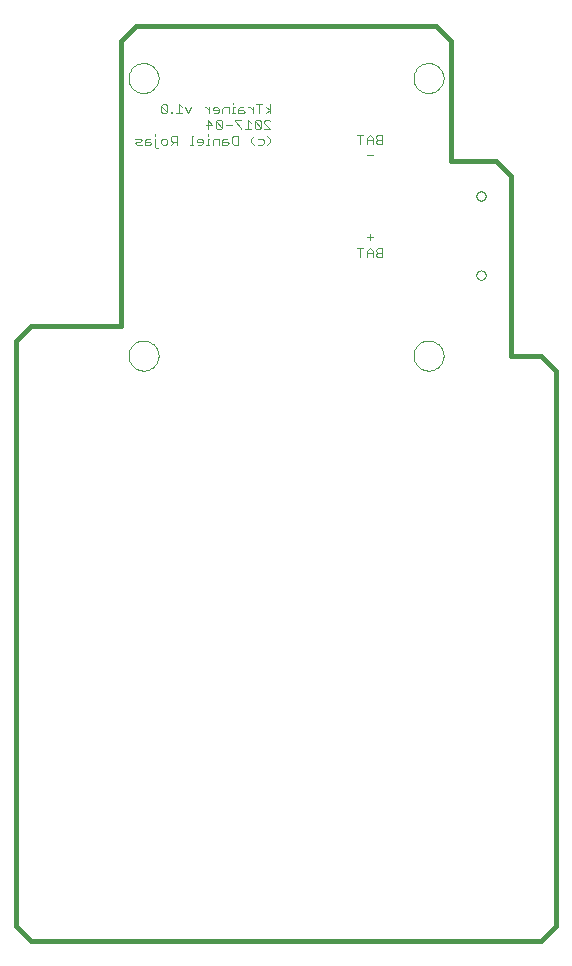
<source format=gbo>
G75*
%MOIN*%
%OFA0B0*%
%FSLAX24Y24*%
%IPPOS*%
%LPD*%
%AMOC8*
5,1,8,0,0,1.08239X$1,22.5*
%
%ADD10C,0.0160*%
%ADD11C,0.0040*%
%ADD12C,0.0000*%
D10*
X000180Y001125D02*
X000680Y000625D01*
X017680Y000625D01*
X018180Y001125D01*
X018180Y019625D01*
X017680Y020125D01*
X016680Y020125D01*
X016680Y026125D01*
X016180Y026625D01*
X014680Y026625D01*
X014680Y030625D01*
X014180Y031125D01*
X004180Y031125D01*
X003680Y030625D01*
X003680Y021125D01*
X000680Y021125D01*
X000180Y020625D01*
X000180Y001125D01*
D11*
X011645Y023395D02*
X011645Y023705D01*
X011542Y023705D02*
X011749Y023705D01*
X011864Y023602D02*
X011864Y023395D01*
X011864Y023550D02*
X012071Y023550D01*
X012071Y023602D02*
X012071Y023395D01*
X012187Y023447D02*
X012238Y023395D01*
X012393Y023395D01*
X012393Y023705D01*
X012238Y023705D01*
X012187Y023654D01*
X012187Y023602D01*
X012238Y023550D01*
X012393Y023550D01*
X012238Y023550D02*
X012187Y023498D01*
X012187Y023447D01*
X012071Y023602D02*
X011968Y023705D01*
X011864Y023602D01*
X011968Y023972D02*
X011968Y024179D01*
X012071Y024075D02*
X011864Y024075D01*
X011864Y026800D02*
X012071Y026800D01*
X012071Y027170D02*
X012071Y027377D01*
X011968Y027480D01*
X011864Y027377D01*
X011864Y027170D01*
X011864Y027325D02*
X012071Y027325D01*
X012187Y027273D02*
X012187Y027222D01*
X012238Y027170D01*
X012393Y027170D01*
X012393Y027480D01*
X012238Y027480D01*
X012187Y027429D01*
X012187Y027377D01*
X012238Y027325D01*
X012393Y027325D01*
X012238Y027325D02*
X012187Y027273D01*
X011749Y027480D02*
X011542Y027480D01*
X011645Y027480D02*
X011645Y027170D01*
X008660Y027248D02*
X008660Y027352D01*
X008557Y027455D01*
X008445Y027300D02*
X008445Y027197D01*
X008393Y027145D01*
X008238Y027145D01*
X008123Y027145D02*
X008019Y027248D01*
X008019Y027352D01*
X008123Y027455D01*
X008238Y027352D02*
X008393Y027352D01*
X008445Y027300D01*
X008557Y027145D02*
X008660Y027248D01*
X008660Y027670D02*
X008453Y027670D01*
X008338Y027722D02*
X008338Y027929D01*
X008286Y027980D01*
X008183Y027980D01*
X008131Y027929D01*
X008338Y027722D01*
X008286Y027670D01*
X008183Y027670D01*
X008131Y027722D01*
X008131Y027929D01*
X008015Y027877D02*
X007912Y027980D01*
X007912Y027670D01*
X008015Y027670D02*
X007809Y027670D01*
X007693Y027670D02*
X007693Y027722D01*
X007486Y027929D01*
X007486Y027980D01*
X007693Y027980D01*
X007749Y028195D02*
X007594Y028195D01*
X007594Y028350D01*
X007645Y028402D01*
X007749Y028402D01*
X007749Y028298D02*
X007594Y028298D01*
X007478Y028195D02*
X007375Y028195D01*
X007427Y028195D02*
X007427Y028402D01*
X007478Y028402D01*
X007427Y028505D02*
X007427Y028557D01*
X007263Y028402D02*
X007108Y028402D01*
X007057Y028350D01*
X007057Y028195D01*
X006941Y028247D02*
X006941Y028350D01*
X006889Y028402D01*
X006786Y028402D01*
X006734Y028350D01*
X006734Y028298D01*
X006941Y028298D01*
X006941Y028247D02*
X006889Y028195D01*
X006786Y028195D01*
X006619Y028195D02*
X006619Y028402D01*
X006516Y028402D02*
X006619Y028298D01*
X006516Y028402D02*
X006464Y028402D01*
X006571Y027980D02*
X006726Y027825D01*
X006520Y027825D01*
X006571Y027670D02*
X006571Y027980D01*
X006567Y027507D02*
X006567Y027455D01*
X006567Y027352D02*
X006567Y027145D01*
X006516Y027145D02*
X006619Y027145D01*
X006734Y027145D02*
X006734Y027300D01*
X006786Y027352D01*
X006941Y027352D01*
X006941Y027145D01*
X007057Y027145D02*
X007212Y027145D01*
X007263Y027197D01*
X007212Y027248D01*
X007057Y027248D01*
X007057Y027300D02*
X007057Y027145D01*
X007057Y027300D02*
X007108Y027352D01*
X007212Y027352D01*
X007379Y027404D02*
X007431Y027455D01*
X007586Y027455D01*
X007586Y027145D01*
X007431Y027145D01*
X007379Y027197D01*
X007379Y027404D01*
X007371Y027825D02*
X007164Y027825D01*
X007049Y027722D02*
X006842Y027929D01*
X006842Y027722D01*
X006893Y027670D01*
X006997Y027670D01*
X007049Y027722D01*
X007049Y027929D01*
X006997Y027980D01*
X006893Y027980D01*
X006842Y027929D01*
X007263Y028195D02*
X007263Y028402D01*
X007749Y028298D02*
X007801Y028247D01*
X007749Y028195D01*
X007914Y028402D02*
X007966Y028402D01*
X008069Y028298D01*
X008069Y028195D02*
X008069Y028402D01*
X008185Y028505D02*
X008391Y028505D01*
X008288Y028505D02*
X008288Y028195D01*
X008505Y028195D02*
X008660Y028298D01*
X008505Y028402D01*
X008660Y028505D02*
X008660Y028195D01*
X008608Y027980D02*
X008660Y027929D01*
X008608Y027980D02*
X008505Y027980D01*
X008453Y027929D01*
X008453Y027877D01*
X008660Y027670D01*
X006619Y027352D02*
X006567Y027352D01*
X006404Y027300D02*
X006352Y027352D01*
X006249Y027352D01*
X006197Y027300D01*
X006197Y027248D01*
X006404Y027248D01*
X006404Y027197D02*
X006404Y027300D01*
X006404Y027197D02*
X006352Y027145D01*
X006249Y027145D01*
X006082Y027145D02*
X005978Y027145D01*
X006030Y027145D02*
X006030Y027455D01*
X006082Y027455D01*
X005545Y027455D02*
X005390Y027455D01*
X005338Y027404D01*
X005338Y027300D01*
X005390Y027248D01*
X005545Y027248D01*
X005545Y027145D02*
X005545Y027455D01*
X005441Y027248D02*
X005338Y027145D01*
X005222Y027197D02*
X005171Y027145D01*
X005067Y027145D01*
X005016Y027197D01*
X005016Y027300D01*
X005067Y027352D01*
X005171Y027352D01*
X005222Y027300D01*
X005222Y027197D01*
X004900Y027042D02*
X004848Y027042D01*
X004797Y027093D01*
X004797Y027352D01*
X004797Y027455D02*
X004797Y027507D01*
X004634Y027352D02*
X004530Y027352D01*
X004478Y027300D01*
X004478Y027145D01*
X004634Y027145D01*
X004685Y027197D01*
X004634Y027248D01*
X004478Y027248D01*
X004363Y027300D02*
X004311Y027352D01*
X004156Y027352D01*
X004208Y027248D02*
X004311Y027248D01*
X004363Y027300D01*
X004363Y027145D02*
X004208Y027145D01*
X004156Y027197D01*
X004208Y027248D01*
X005067Y028195D02*
X005171Y028195D01*
X005222Y028247D01*
X005016Y028454D01*
X005016Y028247D01*
X005067Y028195D01*
X005222Y028247D02*
X005222Y028454D01*
X005171Y028505D01*
X005067Y028505D01*
X005016Y028454D01*
X005332Y028247D02*
X005332Y028195D01*
X005384Y028195D01*
X005384Y028247D01*
X005332Y028247D01*
X005499Y028195D02*
X005706Y028195D01*
X005602Y028195D02*
X005602Y028505D01*
X005706Y028402D01*
X005821Y028402D02*
X005925Y028195D01*
X006028Y028402D01*
D12*
X003930Y029375D02*
X003932Y029419D01*
X003938Y029463D01*
X003948Y029506D01*
X003961Y029548D01*
X003978Y029589D01*
X003999Y029628D01*
X004023Y029665D01*
X004050Y029700D01*
X004080Y029732D01*
X004113Y029762D01*
X004149Y029788D01*
X004186Y029812D01*
X004226Y029831D01*
X004267Y029848D01*
X004310Y029860D01*
X004353Y029869D01*
X004397Y029874D01*
X004441Y029875D01*
X004485Y029872D01*
X004529Y029865D01*
X004572Y029854D01*
X004614Y029840D01*
X004654Y029822D01*
X004693Y029800D01*
X004729Y029776D01*
X004763Y029748D01*
X004795Y029717D01*
X004824Y029683D01*
X004850Y029647D01*
X004872Y029609D01*
X004891Y029569D01*
X004906Y029527D01*
X004918Y029485D01*
X004926Y029441D01*
X004930Y029397D01*
X004930Y029353D01*
X004926Y029309D01*
X004918Y029265D01*
X004906Y029223D01*
X004891Y029181D01*
X004872Y029141D01*
X004850Y029103D01*
X004824Y029067D01*
X004795Y029033D01*
X004763Y029002D01*
X004729Y028974D01*
X004693Y028950D01*
X004654Y028928D01*
X004614Y028910D01*
X004572Y028896D01*
X004529Y028885D01*
X004485Y028878D01*
X004441Y028875D01*
X004397Y028876D01*
X004353Y028881D01*
X004310Y028890D01*
X004267Y028902D01*
X004226Y028919D01*
X004186Y028938D01*
X004149Y028962D01*
X004113Y028988D01*
X004080Y029018D01*
X004050Y029050D01*
X004023Y029085D01*
X003999Y029122D01*
X003978Y029161D01*
X003961Y029202D01*
X003948Y029244D01*
X003938Y029287D01*
X003932Y029331D01*
X003930Y029375D01*
X003930Y020125D02*
X003932Y020169D01*
X003938Y020213D01*
X003948Y020256D01*
X003961Y020298D01*
X003978Y020339D01*
X003999Y020378D01*
X004023Y020415D01*
X004050Y020450D01*
X004080Y020482D01*
X004113Y020512D01*
X004149Y020538D01*
X004186Y020562D01*
X004226Y020581D01*
X004267Y020598D01*
X004310Y020610D01*
X004353Y020619D01*
X004397Y020624D01*
X004441Y020625D01*
X004485Y020622D01*
X004529Y020615D01*
X004572Y020604D01*
X004614Y020590D01*
X004654Y020572D01*
X004693Y020550D01*
X004729Y020526D01*
X004763Y020498D01*
X004795Y020467D01*
X004824Y020433D01*
X004850Y020397D01*
X004872Y020359D01*
X004891Y020319D01*
X004906Y020277D01*
X004918Y020235D01*
X004926Y020191D01*
X004930Y020147D01*
X004930Y020103D01*
X004926Y020059D01*
X004918Y020015D01*
X004906Y019973D01*
X004891Y019931D01*
X004872Y019891D01*
X004850Y019853D01*
X004824Y019817D01*
X004795Y019783D01*
X004763Y019752D01*
X004729Y019724D01*
X004693Y019700D01*
X004654Y019678D01*
X004614Y019660D01*
X004572Y019646D01*
X004529Y019635D01*
X004485Y019628D01*
X004441Y019625D01*
X004397Y019626D01*
X004353Y019631D01*
X004310Y019640D01*
X004267Y019652D01*
X004226Y019669D01*
X004186Y019688D01*
X004149Y019712D01*
X004113Y019738D01*
X004080Y019768D01*
X004050Y019800D01*
X004023Y019835D01*
X003999Y019872D01*
X003978Y019911D01*
X003961Y019952D01*
X003948Y019994D01*
X003938Y020037D01*
X003932Y020081D01*
X003930Y020125D01*
X013430Y020125D02*
X013432Y020169D01*
X013438Y020213D01*
X013448Y020256D01*
X013461Y020298D01*
X013478Y020339D01*
X013499Y020378D01*
X013523Y020415D01*
X013550Y020450D01*
X013580Y020482D01*
X013613Y020512D01*
X013649Y020538D01*
X013686Y020562D01*
X013726Y020581D01*
X013767Y020598D01*
X013810Y020610D01*
X013853Y020619D01*
X013897Y020624D01*
X013941Y020625D01*
X013985Y020622D01*
X014029Y020615D01*
X014072Y020604D01*
X014114Y020590D01*
X014154Y020572D01*
X014193Y020550D01*
X014229Y020526D01*
X014263Y020498D01*
X014295Y020467D01*
X014324Y020433D01*
X014350Y020397D01*
X014372Y020359D01*
X014391Y020319D01*
X014406Y020277D01*
X014418Y020235D01*
X014426Y020191D01*
X014430Y020147D01*
X014430Y020103D01*
X014426Y020059D01*
X014418Y020015D01*
X014406Y019973D01*
X014391Y019931D01*
X014372Y019891D01*
X014350Y019853D01*
X014324Y019817D01*
X014295Y019783D01*
X014263Y019752D01*
X014229Y019724D01*
X014193Y019700D01*
X014154Y019678D01*
X014114Y019660D01*
X014072Y019646D01*
X014029Y019635D01*
X013985Y019628D01*
X013941Y019625D01*
X013897Y019626D01*
X013853Y019631D01*
X013810Y019640D01*
X013767Y019652D01*
X013726Y019669D01*
X013686Y019688D01*
X013649Y019712D01*
X013613Y019738D01*
X013580Y019768D01*
X013550Y019800D01*
X013523Y019835D01*
X013499Y019872D01*
X013478Y019911D01*
X013461Y019952D01*
X013448Y019994D01*
X013438Y020037D01*
X013432Y020081D01*
X013430Y020125D01*
X015523Y022806D02*
X015525Y022831D01*
X015531Y022855D01*
X015540Y022877D01*
X015553Y022898D01*
X015569Y022917D01*
X015588Y022933D01*
X015609Y022946D01*
X015631Y022955D01*
X015655Y022961D01*
X015680Y022963D01*
X015705Y022961D01*
X015729Y022955D01*
X015751Y022946D01*
X015772Y022933D01*
X015791Y022917D01*
X015807Y022898D01*
X015820Y022877D01*
X015829Y022855D01*
X015835Y022831D01*
X015837Y022806D01*
X015835Y022781D01*
X015829Y022757D01*
X015820Y022735D01*
X015807Y022714D01*
X015791Y022695D01*
X015772Y022679D01*
X015751Y022666D01*
X015729Y022657D01*
X015705Y022651D01*
X015680Y022649D01*
X015655Y022651D01*
X015631Y022657D01*
X015609Y022666D01*
X015588Y022679D01*
X015569Y022695D01*
X015553Y022714D01*
X015540Y022735D01*
X015531Y022757D01*
X015525Y022781D01*
X015523Y022806D01*
X015523Y025444D02*
X015525Y025469D01*
X015531Y025493D01*
X015540Y025515D01*
X015553Y025536D01*
X015569Y025555D01*
X015588Y025571D01*
X015609Y025584D01*
X015631Y025593D01*
X015655Y025599D01*
X015680Y025601D01*
X015705Y025599D01*
X015729Y025593D01*
X015751Y025584D01*
X015772Y025571D01*
X015791Y025555D01*
X015807Y025536D01*
X015820Y025515D01*
X015829Y025493D01*
X015835Y025469D01*
X015837Y025444D01*
X015835Y025419D01*
X015829Y025395D01*
X015820Y025373D01*
X015807Y025352D01*
X015791Y025333D01*
X015772Y025317D01*
X015751Y025304D01*
X015729Y025295D01*
X015705Y025289D01*
X015680Y025287D01*
X015655Y025289D01*
X015631Y025295D01*
X015609Y025304D01*
X015588Y025317D01*
X015569Y025333D01*
X015553Y025352D01*
X015540Y025373D01*
X015531Y025395D01*
X015525Y025419D01*
X015523Y025444D01*
X013430Y029375D02*
X013432Y029419D01*
X013438Y029463D01*
X013448Y029506D01*
X013461Y029548D01*
X013478Y029589D01*
X013499Y029628D01*
X013523Y029665D01*
X013550Y029700D01*
X013580Y029732D01*
X013613Y029762D01*
X013649Y029788D01*
X013686Y029812D01*
X013726Y029831D01*
X013767Y029848D01*
X013810Y029860D01*
X013853Y029869D01*
X013897Y029874D01*
X013941Y029875D01*
X013985Y029872D01*
X014029Y029865D01*
X014072Y029854D01*
X014114Y029840D01*
X014154Y029822D01*
X014193Y029800D01*
X014229Y029776D01*
X014263Y029748D01*
X014295Y029717D01*
X014324Y029683D01*
X014350Y029647D01*
X014372Y029609D01*
X014391Y029569D01*
X014406Y029527D01*
X014418Y029485D01*
X014426Y029441D01*
X014430Y029397D01*
X014430Y029353D01*
X014426Y029309D01*
X014418Y029265D01*
X014406Y029223D01*
X014391Y029181D01*
X014372Y029141D01*
X014350Y029103D01*
X014324Y029067D01*
X014295Y029033D01*
X014263Y029002D01*
X014229Y028974D01*
X014193Y028950D01*
X014154Y028928D01*
X014114Y028910D01*
X014072Y028896D01*
X014029Y028885D01*
X013985Y028878D01*
X013941Y028875D01*
X013897Y028876D01*
X013853Y028881D01*
X013810Y028890D01*
X013767Y028902D01*
X013726Y028919D01*
X013686Y028938D01*
X013649Y028962D01*
X013613Y028988D01*
X013580Y029018D01*
X013550Y029050D01*
X013523Y029085D01*
X013499Y029122D01*
X013478Y029161D01*
X013461Y029202D01*
X013448Y029244D01*
X013438Y029287D01*
X013432Y029331D01*
X013430Y029375D01*
M02*

</source>
